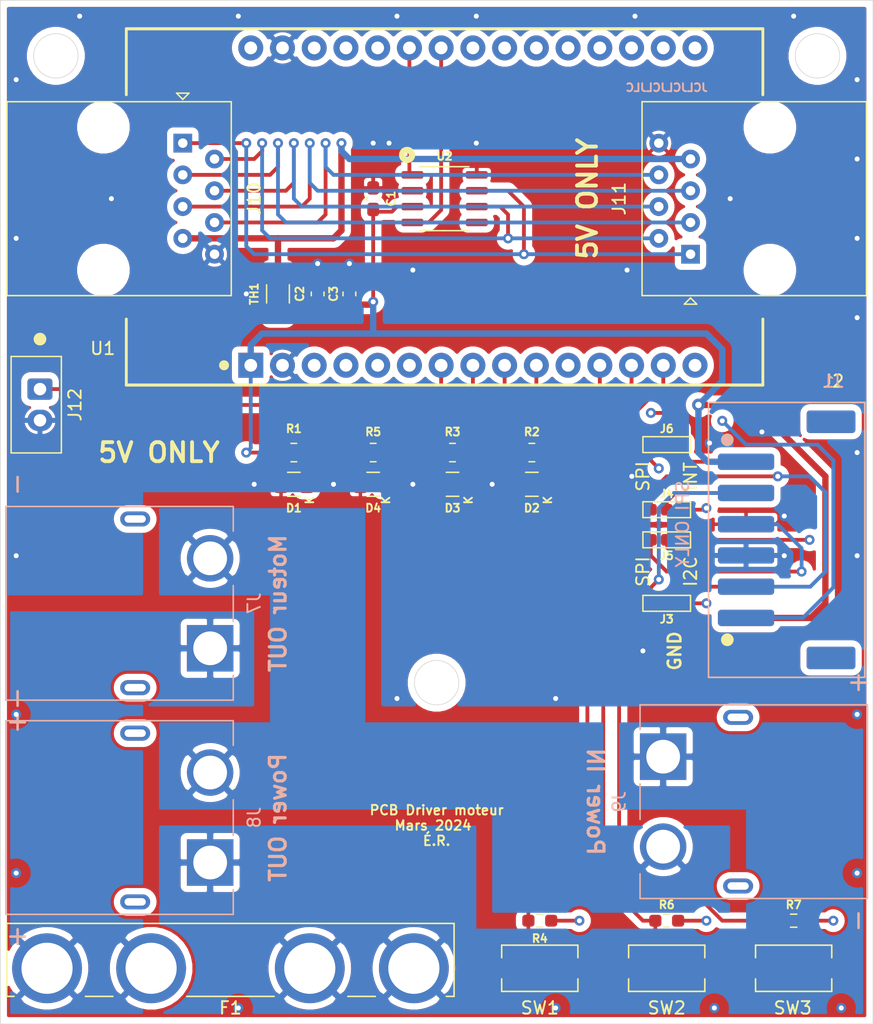
<source format=kicad_pcb>
(kicad_pcb (version 20171130) (host pcbnew "(5.1.9)-1")
  (layers (0 F.Cu signal) (1 In1.Cu signal) (2 In2.Cu power) (31 B.Cu signal) (34 B.Paste user) (35 F.Paste user) (36 B.SilkS user) (37 F.SilkS user) (38 B.Mask user) (39 F.Mask user) (44 Edge.Cuts user))
  (net 0 "")
  (net 1 +5V)
  (net 2 CAN_H)
  (net 3 CAN_L)
  (net 4 "Net-(D1-Pad1)")
  (net 5 "Net-(D2-Pad1)")
  (net 6 "Net-(D3-Pad1)")
  (net 7 "Net-(D4-Pad1)")
  (net 8 CS_1)
  (net 9 MISO)
  (net 10 MOSI)
  (net 11 SCLK)
  (net 12 "Net-(J2-Pad5)")
  (net 13 "Net-(J2-Pad2)")
  (net 14 SDA)
  (net 15 PWM_Moteur)
  (net 16 INTERRUPT_A)
  (net 17 /Power+)
  (net 18 /Power-)
  (net 19 SCL)
  (net 20 INTERRUPT_B)
  (net 21 CS_2)
  (net 22 "Net-(F1-Pad2)")
  (net 23 LED_1)
  (net 24 LED_2)
  (net 25 BTN_1)
  (net 26 LED_3)
  (net 27 BTN_2)
  (net 28 "Net-(U1-Pad11)")
  (net 29 "Net-(U1-Pad15)")
  (net 30 "Net-(U1-Pad28)")
  (net 31 "Net-(U1-Pad27)")
  (net 32 RXD2)
  (net 33 TXD2)
  (net 34 "Net-(U1-Pad19)")
  (net 35 "Net-(U1-Pad18)")
  (net 36 "Net-(U2-Pad5)")
  (net 37 GND)
  (net 38 +3V3)
  (net 39 "Net-(J2-Pad3)")
  (net 40 "Net-(J2-Pad6)")
  (net 41 "Net-(J10-Pad7)")
  (net 42 "Net-(J10-Pad6)")
  (net 43 "Net-(J10-Pad5)")
  (net 44 "Net-(J10-Pad4)")
  (net 45 "Net-(J10-Pad3)")
  (net 46 BTN_3)
  (net 47 "Net-(U1-Pad5)")
  (net 48 "Net-(U1-Pad6)")
  (module 1_My_Lib_FootPrint_ER:MODULE_DEVKIT_V1_ESP32-WROOM-32 (layer F.Cu) (at 187.96 72.39 90)
    (fp_text reference U1 (at -11.355 -27.36 180) (layer F.SilkS))
    (fp_text value ESP32_DEV_KIT_V1)
    (pad 1 thru_hole rect (at -12.7 -15.515 90) (size 2 2) (drill 1.02) (layers *.Cu *.Mask) (net 1 +5V))
    (pad 2 thru_hole circle (at -12.7 -12.975 90) (size 2 2) (drill 1.02) (layers *.Cu *.Mask) (net 37 GND))
    (pad 3 thru_hole circle (at -12.7 -10.435 90) (size 2 2) (drill 1.02) (layers *.Cu *.Mask) (net 20 INTERRUPT_B))
    (pad 4 thru_hole circle (at -12.7 -7.895 90) (size 2 2) (drill 1.02) (layers *.Cu *.Mask) (net 16 INTERRUPT_A))
    (pad 5 thru_hole circle (at -12.7 -5.355 90) (size 2 2) (drill 1.02) (layers *.Cu *.Mask) (net 47 "Net-(U1-Pad5)"))
    (pad 6 thru_hole circle (at -12.7 -2.815 90) (size 2 2) (drill 1.02) (layers *.Cu *.Mask) (net 48 "Net-(U1-Pad6)"))
    (pad 7 thru_hole circle (at -12.7 -0.275 90) (size 2 2) (drill 1.02) (layers *.Cu *.Mask) (net 15 PWM_Moteur))
    (pad 8 thru_hole circle (at -12.7 2.265 90) (size 2 2) (drill 1.02) (layers *.Cu *.Mask) (net 26 LED_3))
    (pad 9 thru_hole circle (at -12.7 4.805 90) (size 2 2) (drill 1.02) (layers *.Cu *.Mask) (net 24 LED_2))
    (pad 10 thru_hole circle (at -12.7 7.345 90) (size 2 2) (drill 1.02) (layers *.Cu *.Mask) (net 23 LED_1))
    (pad 11 thru_hole circle (at -12.7 9.885 90) (size 2 2) (drill 1.02) (layers *.Cu *.Mask) (net 28 "Net-(U1-Pad11)"))
    (pad 12 thru_hole circle (at -12.7 12.425 90) (size 2 2) (drill 1.02) (layers *.Cu *.Mask) (net 25 BTN_1))
    (pad 13 thru_hole circle (at -12.7 14.965 90) (size 2 2) (drill 1.02) (layers *.Cu *.Mask) (net 27 BTN_2))
    (pad 14 thru_hole circle (at -12.7 17.505 90) (size 2 2) (drill 1.02) (layers *.Cu *.Mask) (net 46 BTN_3))
    (pad 15 thru_hole circle (at -12.7 20.045 90) (size 2 2) (drill 1.02) (layers *.Cu *.Mask) (net 29 "Net-(U1-Pad15)"))
    (pad 30 thru_hole circle (at 12.7 -15.515 90) (size 2 2) (drill 1.02) (layers *.Cu *.Mask) (net 38 +3V3))
    (pad 29 thru_hole circle (at 12.7 -12.975 90) (size 2 2) (drill 1.02) (layers *.Cu *.Mask) (net 37 GND))
    (pad 28 thru_hole circle (at 12.7 -10.435 90) (size 2 2) (drill 1.02) (layers *.Cu *.Mask) (net 30 "Net-(U1-Pad28)"))
    (pad 27 thru_hole circle (at 12.7 -7.895 90) (size 2 2) (drill 1.02) (layers *.Cu *.Mask) (net 31 "Net-(U1-Pad27)"))
    (pad 26 thru_hole circle (at 12.7 -5.355 90) (size 2 2) (drill 1.02) (layers *.Cu *.Mask) (net 21 CS_2))
    (pad 25 thru_hole circle (at 12.7 -2.815 90) (size 2 2) (drill 1.02) (layers *.Cu *.Mask) (net 32 RXD2))
    (pad 24 thru_hole circle (at 12.7 -0.275 90) (size 2 2) (drill 1.02) (layers *.Cu *.Mask) (net 33 TXD2))
    (pad 23 thru_hole circle (at 12.7 2.265 90) (size 2 2) (drill 1.02) (layers *.Cu *.Mask) (net 8 CS_1))
    (pad 22 thru_hole circle (at 12.7 4.805 90) (size 2 2) (drill 1.02) (layers *.Cu *.Mask) (net 11 SCLK))
    (pad 21 thru_hole circle (at 12.7 7.345 90) (size 2 2) (drill 1.02) (layers *.Cu *.Mask) (net 9 MISO))
    (pad 20 thru_hole circle (at 12.7 9.885 90) (size 2 2) (drill 1.02) (layers *.Cu *.Mask) (net 14 SDA))
    (pad 19 thru_hole circle (at 12.7 12.425 90) (size 2 2) (drill 1.02) (layers *.Cu *.Mask) (net 34 "Net-(U1-Pad19)"))
    (pad 18 thru_hole circle (at 12.7 14.965 90) (size 2 2) (drill 1.02) (layers *.Cu *.Mask) (net 35 "Net-(U1-Pad18)"))
    (pad 17 thru_hole circle (at 12.7 17.505 90) (size 2 2) (drill 1.02) (layers *.Cu *.Mask) (net 19 SCL))
    (pad 16 thru_hole circle (at 12.7 20.045 90) (size 2 2) (drill 1.02) (layers *.Cu *.Mask) (net 10 MOSI))
  )
  (module 1_My_Lib_FootPrint_ER:SW_TS09-63-25-WT-160-SMT-TR (layer F.Cu) (at 215.9 133.35 180)
    (fp_text reference SW3 (at 0.075 -3.175) (layer F.SilkS))
    (fp_text value SW_Push)
    (pad 1 smd rect (at -3.75 0 180) (size 1.1 1) (layers F.Cu F.Paste F.Mask) (net 37 GND))
    (pad 2 smd rect (at 3.75 0 180) (size 1.1 1) (layers F.Cu F.Paste F.Mask) (net 46 BTN_3))
  )
  (module 1_My_Lib_FootPrint_ER:SW_TS09-63-25-WT-160-SMT-TR (layer F.Cu) (at 205.74 133.35 180)
    (fp_text reference SW2 (at 0 -3.175) (layer F.SilkS))
    (fp_text value SW_Push)
    (pad 1 smd rect (at -3.75 0 180) (size 1.1 1) (layers F.Cu F.Paste F.Mask) (net 37 GND))
    (pad 2 smd rect (at 3.75 0 180) (size 1.1 1) (layers F.Cu F.Paste F.Mask) (net 27 BTN_2))
  )
  (module 1_My_Lib_FootPrint_ER:SW_TS09-63-25-WT-160-SMT-TR (layer F.Cu) (at 195.58 133.35 180)
    (fp_text reference SW1 (at 0 -3.175) (layer F.SilkS))
    (fp_text value SW_Push)
    (pad 1 smd rect (at -3.75 0 180) (size 1.1 1) (layers F.Cu F.Paste F.Mask) (net 37 GND))
    (pad 2 smd rect (at 3.75 0 180) (size 1.1 1) (layers F.Cu F.Paste F.Mask) (net 25 BTN_1))
  )
  (module 1_My_Lib_FootPrint_ER:Select_3_pads (layer F.Cu) (at 205.74 91.44)
    (fp_text reference J6 (at 0 -1.27) (layer F.SilkS) (effects (font (size 0.635 0.635))))
    (fp_text value Select_3_pads)
    (pad 1 smd roundrect (at -1.27 0) (size 0.9398 0.9398) (layers F.Cu F.Paste F.Mask) (net 21 CS_2))
    (pad 3 smd roundrect (at 1.27 0) (size 0.9398 0.9398) (layers F.Cu F.Paste F.Mask) (net 20 INTERRUPT_B))
    (pad 2 smd roundrect (at 0 0) (size 0.9398 0.9398) (layers F.Cu F.Paste F.Mask) (net 40 "Net-(J2-Pad6)"))
  )
  (module 1_My_Lib_FootPrint_ER:Select_3_pads (layer F.Cu) (at 205.74 96.647)
    (fp_text reference J4 (at 0 -1.27) (layer F.SilkS) (effects (font (size 0.635 0.635))))
    (fp_text value Select_3_pads)
    (pad 1 smd roundrect (at -1.27 0) (size 0.9398 0.9398) (layers F.Cu F.Paste F.Mask) (net 9 MISO))
    (pad 3 smd roundrect (at 1.27 0) (size 0.9398 0.9398) (layers F.Cu F.Paste F.Mask) (net 16 INTERRUPT_A))
    (pad 2 smd roundrect (at 0 0) (size 0.9398 0.9398) (layers F.Cu F.Paste F.Mask) (net 12 "Net-(J2-Pad5)"))
  )
  (module 1_My_Lib_FootPrint_ER:Select_3_pads (layer F.Cu) (at 205.74 99.06)
    (fp_text reference J5 (at 0 1.27) (layer F.SilkS) (effects (font (size 0.635 0.635))))
    (fp_text value Select_3_pads)
    (pad 1 smd roundrect (at -1.27 0) (size 0.9398 0.9398) (layers F.Cu F.Paste F.Mask) (net 10 MOSI))
    (pad 3 smd roundrect (at 1.27 0) (size 0.9398 0.9398) (layers F.Cu F.Paste F.Mask) (net 19 SCL))
    (pad 2 smd roundrect (at 0 0) (size 0.9398 0.9398) (layers F.Cu F.Paste F.Mask) (net 39 "Net-(J2-Pad3)"))
  )
  (module 1_My_Lib_FootPrint_ER:Select_3_pads (layer F.Cu) (at 205.74 104.14)
    (fp_text reference J3 (at 0 1.27) (layer F.SilkS) (effects (font (size 0.635 0.635))))
    (fp_text value Select_3_pads)
    (pad 1 smd roundrect (at -1.27 0) (size 0.9398 0.9398) (layers F.Cu F.Paste F.Mask) (net 11 SCLK))
    (pad 3 smd roundrect (at 1.27 0) (size 0.9398 0.9398) (layers F.Cu F.Paste F.Mask) (net 14 SDA))
    (pad 2 smd roundrect (at 0 0) (size 0.9398 0.9398) (layers F.Cu F.Paste F.Mask) (net 13 "Net-(J2-Pad2)"))
  )
  (module 1_My_Lib_FootPrint_ER:AMASS_XT60PW-M (layer B.Cu) (at 211.455 120.015 90)
    (fp_text reference J9 (at 0 -9.525 -90) (layer B.SilkS) (effects (font (size 1.000441 1.000441)) (justify mirror)))
    (fp_text value Conn_01x02_Male)
    (fp_text user - (at -9.525 9.525 -90) (layer B.SilkS) (effects (font (size 1.524 1.524) (thickness 0.2032)) (justify mirror)))
    (fp_text user + (at 9.525 9.525 -90) (layer B.SilkS) (effects (font (size 1.524 1.524) (thickness 0.2032)) (justify mirror)))
    (pad 2 thru_hole circle (at -3.6 -6 90) (size 3.716 3.716) (drill 2.7) (layers *.Cu *.Mask) (net 18 /Power-))
    (pad 1 thru_hole rect (at 3.6 -6 90) (size 3.716 3.716) (drill 2.7) (layers *.Cu *.Mask) (net 17 /Power+))
    (pad S2 thru_hole oval (at -6.75 0 90) (size 1.2 2.4) (drill oval 0.6 1.7) (layers *.Cu *.Mask))
    (pad S1 thru_hole oval (at 6.75 0 90) (size 1.2 2.4) (drill oval 0.6 1.7) (layers *.Cu *.Mask))
  )
  (module 1_My_Lib_FootPrint_ER:AMASS_XT60PW-M (layer B.Cu) (at 163.195 121.285 270)
    (fp_text reference J8 (at 0 -9.525 90) (layer B.SilkS) (effects (font (size 1.000441 1.000441)) (justify mirror)))
    (fp_text value Conn_01x02_Male)
    (fp_text user - (at -9.525 9.525 270) (layer B.SilkS) (effects (font (size 1.524 1.524) (thickness 0.2032)) (justify mirror)))
    (fp_text user + (at 9.525 9.525 270) (layer B.SilkS) (effects (font (size 1.524 1.524) (thickness 0.2032)) (justify mirror)))
    (pad 2 thru_hole circle (at -3.6 -6 270) (size 3.716 3.716) (drill 2.7) (layers *.Cu *.Mask) (net 18 /Power-))
    (pad 1 thru_hole rect (at 3.6 -6 270) (size 3.716 3.716) (drill 2.7) (layers *.Cu *.Mask) (net 17 /Power+))
    (pad S2 thru_hole oval (at -6.75 0 270) (size 1.2 2.4) (drill oval 0.6 1.7) (layers *.Cu *.Mask))
    (pad S1 thru_hole oval (at 6.75 0 270) (size 1.2 2.4) (drill oval 0.6 1.7) (layers *.Cu *.Mask))
  )
  (module 1_My_Lib_FootPrint_ER:AMASS_XT60PW-M (layer B.Cu) (at 163.195 104.14 270)
    (fp_text reference J7 (at 0 -9.525 90) (layer B.SilkS) (effects (font (size 1.000441 1.000441)) (justify mirror)))
    (fp_text value Conn_01x02_Male)
    (fp_text user - (at -9.525 9.525 90) (layer B.SilkS) (effects (font (size 1.524 1.524) (thickness 0.2032)) (justify mirror)))
    (fp_text user + (at 9.525 9.525 90) (layer B.SilkS) (effects (font (size 1.524 1.524) (thickness 0.2032)) (justify mirror)))
    (pad 2 thru_hole circle (at -3.6 -6 270) (size 3.716 3.716) (drill 2.7) (layers *.Cu *.Mask) (net 18 /Power-))
    (pad 1 thru_hole rect (at 3.6 -6 270) (size 3.716 3.716) (drill 2.7) (layers *.Cu *.Mask) (net 22 "Net-(F1-Pad2)"))
    (pad S2 thru_hole oval (at -6.75 0 270) (size 1.2 2.4) (drill oval 0.6 1.7) (layers *.Cu *.Mask))
    (pad S1 thru_hole oval (at 6.75 0 270) (size 1.2 2.4) (drill oval 0.6 1.7) (layers *.Cu *.Mask))
  )
  (module Connector_JST:JST_EH_B2B-EH-A_1x02_P2.50mm_Vertical (layer F.Cu) (at 155.575 86.995 270)
    (fp_text reference J12 (at 1.25 -2.8 90) (layer F.SilkS))
    (fp_text value Conn_01x02_Male)
    (pad 2 thru_hole oval (at 2.5 0 270) (size 1.7 2) (drill 1) (layers *.Cu *.Mask) (net 37 GND))
    (pad 1 thru_hole roundrect (at 0 0 270) (size 1.7 2) (drill 1) (layers *.Cu *.Mask) (roundrect_rratio 0.1470588235294118) (net 15 PWM_Moteur))
  )
  (module 1_My_Lib_FootPrint_ER:JST-6-Pos-Horizontal (layer F.Cu) (at 212.09 99.06 270)
    (fp_text reference J2 (at -12.7 -6.985) (layer F.SilkS))
    (fp_text value Conn_01x06_Male)
    (pad 6 smd roundrect (at -6.25 0 90) (size 1.3 4.5) (layers F.Cu F.Paste F.Mask) (roundrect_rratio 0.192) (net 40 "Net-(J2-Pad6)"))
    (pad MP smd roundrect (at -9.45 -6.8 90) (size 1.8 3.9) (layers F.Cu F.Paste F.Mask) (roundrect_rratio 0.139))
    (pad MP smd roundrect (at 9.45 -6.8 90) (size 1.8 3.9) (layers F.Cu F.Paste F.Mask) (roundrect_rratio 0.139))
    (pad 5 smd roundrect (at -3.75 0 90) (size 1.3 4.5) (layers F.Cu F.Paste F.Mask) (roundrect_rratio 0.192) (net 12 "Net-(J2-Pad5)"))
    (pad 4 smd roundrect (at -1.25 0 90) (size 1.3 4.5) (layers F.Cu F.Paste F.Mask) (roundrect_rratio 0.192) (net 37 GND))
    (pad 3 smd roundrect (at 1.25 0 90) (size 1.3 4.5) (layers F.Cu F.Paste F.Mask) (roundrect_rratio 0.192) (net 39 "Net-(J2-Pad3)"))
    (pad 2 smd roundrect (at 3.75 0 90) (size 1.3 4.5) (layers F.Cu F.Paste F.Mask) (roundrect_rratio 0.192) (net 13 "Net-(J2-Pad2)"))
    (pad 1 smd roundrect (at 6.25 0 90) (size 1.3 4.5) (layers F.Cu F.Paste F.Mask) (roundrect_rratio 0.192) (net 1 +5V))
  )
  (module 1_My_Lib_FootPrint_ER:JST-6-Pos-Horizontal (layer B.Cu) (at 212.09 99.06 90)
    (fp_text reference J1 (at 12.7 6.985 180) (layer B.SilkS) (effects (justify mirror)))
    (fp_text value Conn_01x06_Male)
    (pad 6 smd roundrect (at -6.25 0 270) (size 1.3 4.5) (layers B.Cu B.Paste B.Mask) (roundrect_rratio 0.192) (net 8 CS_1))
    (pad MP smd roundrect (at -9.45 6.8 270) (size 1.8 3.9) (layers B.Cu B.Paste B.Mask) (roundrect_rratio 0.139))
    (pad MP smd roundrect (at 9.45 6.8 270) (size 1.8 3.9) (layers B.Cu B.Paste B.Mask) (roundrect_rratio 0.139))
    (pad 5 smd roundrect (at -3.75 0 270) (size 1.3 4.5) (layers B.Cu B.Paste B.Mask) (roundrect_rratio 0.192) (net 9 MISO))
    (pad 4 smd roundrect (at -1.25 0 270) (size 1.3 4.5) (layers B.Cu B.Paste B.Mask) (roundrect_rratio 0.192) (net 37 GND))
    (pad 3 smd roundrect (at 1.25 0 270) (size 1.3 4.5) (layers B.Cu B.Paste B.Mask) (roundrect_rratio 0.192) (net 10 MOSI))
    (pad 2 smd roundrect (at 3.75 0 270) (size 1.3 4.5) (layers B.Cu B.Paste B.Mask) (roundrect_rratio 0.192) (net 11 SCLK))
    (pad 1 smd roundrect (at 6.25 0 270) (size 1.3 4.5) (layers B.Cu B.Paste B.Mask) (roundrect_rratio 0.192) (net 1 +5V))
  )
  (module Resistor_SMD:R_0603_1608Metric_Pad0.98x0.95mm_HandSolder (layer F.Cu) (at 215.9 129.54 180)
    (fp_text reference R7 (at 0 1.27) (layer F.SilkS) (effects (font (size 0.635 0.635))))
    (fp_text value 10k)
    (pad 2 smd roundrect (at 0.9125 0 180) (size 0.975 0.95) (layers F.Cu F.Paste F.Mask) (net 46 BTN_3))
    (pad 1 smd roundrect (at -0.9125 0 180) (size 0.975 0.95) (layers F.Cu F.Paste F.Mask) (net 38 +3V3))
  )
  (module 1_My_Lib_FootPrint_ER:LED_0805_HandSolder (layer F.Cu) (at 182.245 94.615 180)
    (fp_text reference D4 (at 0 -1.905) (layer F.SilkS) (effects (font (size 0.635 0.635))))
    (fp_text value LED)
    (fp_text user K (at -1.016 -1.27 90) (layer F.SilkS) (effects (font (size 0.635 0.635))))
    (pad 1 smd roundrect (at -1.025 0 180) (size 1.15 1.4) (layers F.Cu F.Paste F.Mask) (roundrect_rratio 0.2173904347826087) (net 7 "Net-(D4-Pad1)"))
    (pad 2 smd roundrect (at 1.025 0 180) (size 1.15 1.4) (layers F.Cu F.Paste F.Mask) (roundrect_rratio 0.2173904347826087) (net 37 GND))
  )
  (module 1_My_Lib_FootPrint_ER:LED_0805_HandSolder (layer F.Cu) (at 188.595 94.615 180)
    (fp_text reference D3 (at 0 -1.905) (layer F.SilkS) (effects (font (size 0.635 0.635))))
    (fp_text value LED)
    (fp_text user K (at -1.27 -1.27 270) (layer F.SilkS) (effects (font (size 0.635 0.635))))
    (pad 1 smd roundrect (at -1.025 0 180) (size 1.15 1.4) (layers F.Cu F.Paste F.Mask) (roundrect_rratio 0.2173904347826087) (net 6 "Net-(D3-Pad1)"))
    (pad 2 smd roundrect (at 1.025 0 180) (size 1.15 1.4) (layers F.Cu F.Paste F.Mask) (roundrect_rratio 0.2173904347826087) (net 37 GND))
  )
  (module 1_My_Lib_FootPrint_ER:LED_0805_HandSolder (layer F.Cu) (at 194.945 94.615 180)
    (fp_text reference D2 (at 0 -1.905) (layer F.SilkS) (effects (font (size 0.635 0.635))))
    (fp_text value LED)
    (fp_text user K (at -1.27 -1.27 270) (layer F.SilkS) (effects (font (size 0.635 0.635))))
    (pad 1 smd roundrect (at -1.025 0 180) (size 1.15 1.4) (layers F.Cu F.Paste F.Mask) (roundrect_rratio 0.2173904347826087) (net 5 "Net-(D2-Pad1)"))
    (pad 2 smd roundrect (at 1.025 0 180) (size 1.15 1.4) (layers F.Cu F.Paste F.Mask) (roundrect_rratio 0.2173904347826087) (net 37 GND))
  )
  (module LED_SMD:LED_0805_2012Metric_Pad1.15x1.40mm_HandSolder (layer F.Cu) (at 175.895 94.615 180)
    (fp_text reference D1 (at 0 -1.905) (layer F.SilkS) (effects (font (size 0.635 0.635))))
    (fp_text value LED)
    (fp_text user K (at -1.27 -1.27 90) (layer F.SilkS) (effects (font (size 0.635 0.635))))
    (pad 2 smd roundrect (at 1.025 0 180) (size 1.15 1.4) (layers F.Cu F.Paste F.Mask) (roundrect_rratio 0.2173904347826087) (net 37 GND))
    (pad 1 smd roundrect (at -1.025 0 180) (size 1.15 1.4) (layers F.Cu F.Paste F.Mask) (roundrect_rratio 0.2173904347826087) (net 4 "Net-(D1-Pad1)"))
  )
  (module Package_SO:SO-8_3.9x4.9mm_P1.27mm (layer F.Cu) (at 187.96 71.755)
    (fp_text reference U2 (at 0 -3.4) (layer F.SilkS) (effects (font (size 0.635 0.635))))
    (fp_text value TJA1050)
    (pad 8 smd roundrect (at 2.575 -1.905) (size 1.75 0.6) (layers F.Cu F.Paste F.Mask) (net 37 GND))
    (pad 7 smd roundrect (at 2.575 -0.635) (size 1.75 0.6) (layers F.Cu F.Paste F.Mask) (net 2 CAN_H))
    (pad 6 smd roundrect (at 2.575 0.635) (size 1.75 0.6) (layers F.Cu F.Paste F.Mask) (net 3 CAN_L))
    (pad 5 smd roundrect (at 2.575 1.905) (size 1.75 0.6) (layers F.Cu F.Paste F.Mask) (net 36 "Net-(U2-Pad5)"))
    (pad 4 smd roundrect (at -2.575 1.905) (size 1.75 0.6) (layers F.Cu F.Paste F.Mask) (net 33 TXD2))
    (pad 3 smd roundrect (at -2.575 0.635) (size 1.75 0.6) (layers F.Cu F.Paste F.Mask) (net 1 +5V))
    (pad 2 smd roundrect (at -2.575 -0.635) (size 1.75 0.6) (layers F.Cu F.Paste F.Mask) (net 37 GND))
    (pad 1 smd roundrect (at -2.575 -1.905) (size 1.75 0.6) (layers F.Cu F.Paste F.Mask) (net 32 RXD2))
  )
  (module 1_My_Lib_FootPrint_ER:FUSE_3555-2 (layer F.Cu) (at 170.815 133.35 180)
    (fp_text reference F1 (at 0 -3.175) (layer F.SilkS))
    (fp_text value Fuse)
    (pad 1 thru_hole circle (at -14.685 0 180) (size 5.59 5.59) (drill 4.09) (layers *.Cu *.Mask) (net 17 /Power+))
    (pad 1 thru_hole circle (at -6.355 0 180) (size 5.59 5.59) (drill 4.09) (layers *.Cu *.Mask) (net 17 /Power+))
    (pad 2 thru_hole circle (at 6.345 0 180) (size 5.59 5.59) (drill 4.09) (layers *.Cu *.Mask) (net 22 "Net-(F1-Pad2)"))
    (pad 2 thru_hole circle (at 14.675 0 180) (size 5.59 5.59) (drill 4.09) (layers *.Cu *.Mask) (net 22 "Net-(F1-Pad2)"))
  )
  (module Connector_RJ:RJ45_Amphenol_54602-x08_Horizontal (layer F.Cu) (at 207.645 76.2 90)
    (fp_text reference J11 (at 4.445 -5.715 90) (layer F.SilkS))
    (fp_text value RJ45)
    (pad 8 thru_hole circle (at 8.89 -2.54 90) (size 1.5 1.5) (drill 0.76) (layers *.Cu *.Mask) (net 37 GND))
    (pad 7 thru_hole circle (at 7.62 0 90) (size 1.5 1.5) (drill 0.76) (layers *.Cu *.Mask) (net 41 "Net-(J10-Pad7)"))
    (pad 6 thru_hole circle (at 6.35 -2.54 90) (size 1.5 1.5) (drill 0.76) (layers *.Cu *.Mask) (net 42 "Net-(J10-Pad6)"))
    (pad 5 thru_hole circle (at 5.08 0 90) (size 1.5 1.5) (drill 0.76) (layers *.Cu *.Mask) (net 43 "Net-(J10-Pad5)"))
    (pad 4 thru_hole circle (at 3.81 -2.54 90) (size 1.5 1.5) (drill 0.76) (layers *.Cu *.Mask) (net 44 "Net-(J10-Pad4)"))
    (pad 3 thru_hole circle (at 2.54 0 90) (size 1.5 1.5) (drill 0.76) (layers *.Cu *.Mask) (net 45 "Net-(J10-Pad3)"))
    (pad 2 thru_hole circle (at 1.27 -2.54 90) (size 1.5 1.5) (drill 0.76) (layers *.Cu *.Mask) (net 3 CAN_L))
    (pad 1 thru_hole rect (at 0 0 90) (size 1.5 1.5) (drill 0.76) (layers *.Cu *.Mask) (net 2 CAN_H))
    (pad "" np_thru_hole circle (at -1.27 6.35 90) (size 3.2 3.2) (drill 3.2) (layers *.Cu *.Mask))
    (pad "" np_thru_hole circle (at 10.16 6.35 90) (size 3.2 3.2) (drill 3.2) (layers *.Cu *.Mask))
  )
  (module Resistor_SMD:R_1206_3216Metric_Pad1.30x1.75mm_HandSolder (layer F.Cu) (at 174.625 79.375 270)
    (fp_text reference TH1 (at 0 1.905 90) (layer F.SilkS) (effects (font (size 0.635 0.635))))
    (fp_text value Thermistor_PTC_US)
    (pad 2 smd roundrect (at 1.55 0 270) (size 1.3 1.75) (layers F.Cu F.Paste F.Mask) (roundrect_rratio 0.1923069230769231) (net 1 +5V))
    (pad 1 smd roundrect (at -1.55 0 270) (size 1.3 1.75) (layers F.Cu F.Paste F.Mask) (roundrect_rratio 0.1923069230769231) (net 41 "Net-(J10-Pad7)"))
  )
  (module Resistor_SMD:R_0603_1608Metric_Pad0.98x0.95mm_HandSolder (layer F.Cu) (at 205.74 129.54 180)
    (fp_text reference R6 (at 0 1.27) (layer F.SilkS) (effects (font (size 0.635 0.635))))
    (fp_text value 10k)
    (pad 2 smd roundrect (at 0.9125 0 180) (size 0.975 0.95) (layers F.Cu F.Paste F.Mask) (net 27 BTN_2))
    (pad 1 smd roundrect (at -0.9125 0 180) (size 0.975 0.95) (layers F.Cu F.Paste F.Mask) (net 38 +3V3))
  )
  (module Resistor_SMD:R_0805_2012Metric_Pad1.20x1.40mm_HandSolder (layer F.Cu) (at 182.245 92.075)
    (fp_text reference R5 (at 0 -1.65) (layer F.SilkS) (effects (font (size 0.635 0.635))))
    (fp_text value 100)
    (pad 2 smd roundrect (at 1 0) (size 1.2 1.4) (layers F.Cu F.Paste F.Mask) (roundrect_rratio 0.2083325) (net 7 "Net-(D4-Pad1)"))
    (pad 1 smd roundrect (at -1 0) (size 1.2 1.4) (layers F.Cu F.Paste F.Mask) (roundrect_rratio 0.2083325) (net 26 LED_3))
  )
  (module Resistor_SMD:R_0603_1608Metric_Pad0.98x0.95mm_HandSolder (layer F.Cu) (at 195.58 129.54 180)
    (fp_text reference R4 (at 0 -1.43) (layer F.SilkS) (effects (font (size 0.635 0.635))))
    (fp_text value 10k)
    (pad 2 smd roundrect (at 0.9125 0 180) (size 0.975 0.95) (layers F.Cu F.Paste F.Mask) (net 25 BTN_1))
    (pad 1 smd roundrect (at -0.9125 0 180) (size 0.975 0.95) (layers F.Cu F.Paste F.Mask) (net 38 +3V3))
  )
  (module Resistor_SMD:R_0805_2012Metric_Pad1.20x1.40mm_HandSolder (layer F.Cu) (at 188.595 92.075)
    (fp_text reference R3 (at 0 -1.65) (layer F.SilkS) (effects (font (size 0.635 0.635))))
    (fp_text value 100)
    (pad 2 smd roundrect (at 1 0) (size 1.2 1.4) (layers F.Cu F.Paste F.Mask) (roundrect_rratio 0.2083325) (net 6 "Net-(D3-Pad1)"))
    (pad 1 smd roundrect (at -1 0) (size 1.2 1.4) (layers F.Cu F.Paste F.Mask) (roundrect_rratio 0.2083325) (net 24 LED_2))
  )
  (module Resistor_SMD:R_0805_2012Metric_Pad1.20x1.40mm_HandSolder (layer F.Cu) (at 194.945 92.075)
    (fp_text reference R2 (at 0 -1.65) (layer F.SilkS) (effects (font (size 0.635 0.635))))
    (fp_text value 100)
    (pad 2 smd roundrect (at 1 0) (size 1.2 1.4) (layers F.Cu F.Paste F.Mask) (roundrect_rratio 0.2083325) (net 5 "Net-(D2-Pad1)"))
    (pad 1 smd roundrect (at -1 0) (size 1.2 1.4) (layers F.Cu F.Paste F.Mask) (roundrect_rratio 0.2083325) (net 23 LED_1))
  )
  (module Resistor_SMD:R_0805_2012Metric_Pad1.20x1.40mm_HandSolder (layer F.Cu) (at 175.895 92.075)
    (fp_text reference R1 (at 0 -1.905) (layer F.SilkS) (effects (font (size 0.635 0.635))))
    (fp_text value 200)
    (pad 2 smd roundrect (at 1 0) (size 1.2 1.4) (layers F.Cu F.Paste F.Mask) (roundrect_rratio 0.2083325) (net 4 "Net-(D1-Pad1)"))
    (pad 1 smd roundrect (at -1 0) (size 1.2 1.4) (layers F.Cu F.Paste F.Mask) (roundrect_rratio 0.2083325) (net 1 +5V))
  )
  (module Connector_RJ:RJ45_Amphenol_54602-x08_Horizontal (layer F.Cu) (at 167.005 67.31 270)
    (fp_text reference J10 (at 4.445 -5.715 90) (layer F.SilkS))
    (fp_text value RJ45)
    (pad 8 thru_hole circle (at 8.89 -2.54 270) (size 1.5 1.5) (drill 0.76) (layers *.Cu *.Mask) (net 37 GND))
    (pad 7 thru_hole circle (at 7.62 0 270) (size 1.5 1.5) (drill 0.76) (layers *.Cu *.Mask) (net 41 "Net-(J10-Pad7)"))
    (pad 6 thru_hole circle (at 6.35 -2.54 270) (size 1.5 1.5) (drill 0.76) (layers *.Cu *.Mask) (net 42 "Net-(J10-Pad6)"))
    (pad 5 thru_hole circle (at 5.08 0 270) (size 1.5 1.5) (drill 0.76) (layers *.Cu *.Mask) (net 43 "Net-(J10-Pad5)"))
    (pad 4 thru_hole circle (at 3.81 -2.54 270) (size 1.5 1.5) (drill 0.76) (layers *.Cu *.Mask) (net 44 "Net-(J10-Pad4)"))
    (pad 3 thru_hole circle (at 2.54 0 270) (size 1.5 1.5) (drill 0.76) (layers *.Cu *.Mask) (net 45 "Net-(J10-Pad3)"))
    (pad 2 thru_hole circle (at 1.27 -2.54 270) (size 1.5 1.5) (drill 0.76) (layers *.Cu *.Mask) (net 3 CAN_L))
    (pad 1 thru_hole rect (at 0 0 270) (size 1.5 1.5) (drill 0.76) (layers *.Cu *.Mask) (net 2 CAN_H))
    (pad "" np_thru_hole circle (at -1.27 6.35 270) (size 3.2 3.2) (drill 3.2) (layers *.Cu *.Mask))
    (pad "" np_thru_hole circle (at 10.16 6.35 270) (size 3.2 3.2) (drill 3.2) (layers *.Cu *.Mask))
  )
  (module Capacitor_SMD:C_0603_1608Metric_Pad1.08x0.95mm_HandSolder (layer F.Cu) (at 182.245 71.755 270)
    (fp_text reference C1 (at 0 -1.43 90) (layer F.SilkS) (effects (font (size 0.635 0.635))))
    (fp_text value 0.1uF)
    (pad 2 smd roundrect (at 0.8625 0 270) (size 1.075 0.95) (layers F.Cu F.Paste F.Mask) (net 1 +5V))
    (pad 1 smd roundrect (at -0.8625 0 270) (size 1.075 0.95) (layers F.Cu F.Paste F.Mask) (net 37 GND))
  )
  (module Capacitor_SMD:C_0603_1608Metric_Pad1.08x0.95mm_HandSolder (layer F.Cu) (at 180.34 79.375 90)
    (fp_text reference C3 (at 0 -1.27 90) (layer F.SilkS) (effects (font (size 0.635 0.635))))
    (fp_text value 0.1uF)
    (pad 2 smd roundrect (at 0.8625 0 90) (size 1.075 0.95) (layers F.Cu F.Paste F.Mask) (net 37 GND))
    (pad 1 smd roundrect (at -0.8625 0 90) (size 1.075 0.95) (layers F.Cu F.Paste F.Mask) (net 1 +5V))
  )
  (module Capacitor_SMD:C_0603_1608Metric_Pad1.08x0.95mm_HandSolder (layer F.Cu) (at 177.8 79.375 90)
    (fp_text reference C2 (at 0 -1.43 90) (layer F.SilkS) (effects (font (size 0.635 0.635))))
    (fp_text value 10nF)
    (pad 2 smd roundrect (at 0.8625 0 90) (size 1.075 0.95) (layers F.Cu F.Paste F.Mask) (net 37 GND))
    (pad 1 smd roundrect (at -0.8625 0 90) (size 1.075 0.95) (layers F.Cu F.Paste F.Mask) (net 1 +5V))
  )
  (gr_text JCLJCLJCLJLC (at 205.74 62.865) (layer B.SilkS) (effects (font (size 0.635 0.635)) (justify mirror)))
  (gr_text "5V ONLY" (at 165.1 92.075) (layer F.SilkS) (effects (font (size 1.524 1.524) (thickness 0.3048))))
  (gr_text "PCB Driver moteur\nMars 2024 \nÉ.R." (at 187.325 121.92) (layer F.SilkS) (effects (font (size 0.762 0.762) (thickness 0.1524))))
  (gr_text "5V ONLY" (at 199.39 71.755 90) (layer F.SilkS) (effects (font (size 1.524 1.524) (thickness 0.3048))))
  (gr_text "SPI ONLY" (at 207.01 97.79 90) (layer B.SilkS) (effects (font (size 1 1)) (justify mirror)))
  (gr_text I2C (at 207.645 101.6 90) (layer F.SilkS) (effects (font (size 1 1))))
  (gr_text INT (at 207.645 93.98 90) (layer F.SilkS) (effects (font (size 1 1))))
  (gr_text GND (at 206.375 107.95 90) (layer F.SilkS) (effects (font (size 1.016 1.016) (thickness 0.2032))))
  (gr_text "Moteur OUT" (at 174.625 104.14 90) (layer B.SilkS) (effects (font (size 1.27 1.27) (thickness 0.254)) (justify mirror)))
  (gr_text "Power OUT" (at 174.625 121.285 90) (layer B.SilkS) (effects (font (size 1.27 1.27) (thickness 0.254)) (justify mirror)))
  (gr_text "Power IN" (at 200.025 120.015 270) (layer B.SilkS) (effects (font (size 1.27 1.27) (thickness 0.254)) (justify mirror)))
  (gr_text SPI (at 203.835 93.98 90) (layer F.SilkS) (effects (font (size 1 1))))
  (gr_text SPI (at 203.835 101.6 90) (layer F.SilkS) (effects (font (size 1 1))))
  (gr_circle (center 187.325 110.49) (end 189.103 110.49) (layer Edge.Cuts) (width 0.05))
  (gr_circle (center 156.845 60.325) (end 158.623 60.325) (layer Edge.Cuts) (width 0.05))
  (gr_circle (center 217.805 60.325) (end 219.583 60.325) (layer Edge.Cuts) (width 0.05))
  (gr_line (start 152.4 55.88) (end 152.4 137.795) (layer Edge.Cuts) (width 0.05))
  (gr_line (start 222.25 55.88) (end 152.4 55.88) (layer Edge.Cuts) (width 0.05))
  (gr_line (start 222.25 137.795) (end 222.25 55.88) (layer Edge.Cuts) (width 0.05))
  (gr_line (start 222.25 137.795) (end 152.4 137.795) (layer Edge.Cuts) (width 0.05))
  (segment (start 172.445 85.09) (end 172.445 83.46) (width 0.508) (layer B.Cu) (net 1))
  (segment (start 177.8 80.2375) (end 180.1125 80.2375) (width 0.508) (layer F.Cu) (net 1))
  (segment (start 174.625 80.925) (end 176.25 80.925) (width 0.508) (layer F.Cu) (net 1))
  (segment (start 176.9375 80.2375) (end 176.25 80.925) (width 0.508) (layer F.Cu) (net 1))
  (segment (start 177.8 80.2375) (end 176.9375 80.2375) (width 0.508) (layer F.Cu) (net 1))
  (segment (start 185.385 72.39) (end 184.15 72.39) (width 0.3048) (layer F.Cu) (net 1))
  (segment (start 183.7425 72.7975) (end 184.15 72.39) (width 0.3048) (layer F.Cu) (net 1))
  (segment (start 182.245 72.7975) (end 183.7425 72.7975) (width 0.3048) (layer F.Cu) (net 1))
  (via (at 182.245 80.01) (size 0.8) (drill 0.4) (layers F.Cu B.Cu) (net 1))
  (segment (start 182.245 72.6175) (end 182.245 76.9524) (width 0.3048) (layer F.Cu) (net 1))
  (segment (start 172.445 83.46) (end 173.355 82.55) (width 0.508) (layer B.Cu) (net 1))
  (segment (start 182.245 82.55) (end 173.355 82.55) (width 0.508) (layer B.Cu) (net 1))
  (segment (start 208.28 82.55) (end 182.245 82.55) (width 0.508) (layer B.Cu) (net 1))
  (segment (start 182.0175 80.2375) (end 182.245 80.01) (width 0.508) (layer F.Cu) (net 1))
  (segment (start 180.34 80.2375) (end 182.0175 80.2375) (width 0.508) (layer F.Cu) (net 1))
  (segment (start 182.245 82.55) (end 182.245 80.01) (width 0.508) (layer B.Cu) (net 1))
  (segment (start 182.245 76.9524) (end 182.245 80.01) (width 0.3048) (layer F.Cu) (net 1))
  (segment (start 208.28 82.55) (end 208.915 82.55) (width 0.508) (layer B.Cu) (net 1))
  (segment (start 212.09 92.81) (end 209.015 92.81) (width 0.508) (layer B.Cu) (net 1))
  (segment (start 209.015 92.81) (end 208.28 92.075) (width 0.508) (layer B.Cu) (net 1))
  (segment (start 208.28 92.075) (end 208.28 88.265) (width 0.508) (layer B.Cu) (net 1))
  (segment (start 208.28 88.265) (end 210.185 86.36) (width 0.508) (layer B.Cu) (net 1))
  (segment (start 210.185 83.82) (end 208.915 82.55) (width 0.508) (layer B.Cu) (net 1))
  (segment (start 210.185 86.36) (end 210.185 83.82) (width 0.508) (layer B.Cu) (net 1))
  (via (at 208.28 88.265) (size 1.016) (drill 0.508) (layers F.Cu B.Cu) (net 1))
  (segment (start 212.725 88.265) (end 208.28 88.265) (width 0.508) (layer F.Cu) (net 1))
  (segment (start 218.44 93.98) (end 212.725 88.265) (width 0.508) (layer F.Cu) (net 1))
  (segment (start 218.44 104.14) (end 218.44 93.98) (width 0.508) (layer F.Cu) (net 1))
  (segment (start 217.27 105.31) (end 218.44 104.14) (width 0.508) (layer F.Cu) (net 1))
  (segment (start 212.09 105.31) (end 217.27 105.31) (width 0.508) (layer F.Cu) (net 1))
  (segment (start 174.895 92.075) (end 173.99 92.075) (width 0.3048) (layer F.Cu) (net 1))
  (via (at 172.085 92.075) (size 0.8) (drill 0.4) (layers F.Cu B.Cu) (net 1))
  (segment (start 172.445 91.715) (end 172.085 92.075) (width 0.3048) (layer B.Cu) (net 1))
  (segment (start 172.445 85.09) (end 172.445 91.715) (width 0.3048) (layer B.Cu) (net 1))
  (segment (start 172.085 92.075) (end 173.99 92.075) (width 0.3048) (layer F.Cu) (net 1))
  (segment (start 167.005 67.31) (end 172.085 67.31) (width 0.3048) (layer F.Cu) (net 2))
  (segment (start 172.085 67.31) (end 172.085 67.31) (width 0.3048) (layer F.Cu) (net 2))
  (via (at 172.085 67.31) (size 0.8) (drill 0.4) (layers F.Cu B.Cu) (net 2))
  (segment (start 207.645 76.2) (end 172.72 76.2) (width 0.3048) (layer B.Cu) (net 2))
  (segment (start 172.085 75.565) (end 172.085 67.31) (width 0.3048) (layer B.Cu) (net 2))
  (segment (start 172.72 76.2) (end 172.085 75.565) (width 0.3048) (layer B.Cu) (net 2))
  (segment (start 190.535 71.12) (end 193.04 71.12) (width 0.3048) (layer F.Cu) (net 2))
  (segment (start 194.31 72.39) (end 194.31 76.2) (width 0.3048) (layer F.Cu) (net 2))
  (segment (start 193.04 71.12) (end 194.31 72.39) (width 0.3048) (layer F.Cu) (net 2))
  (via (at 194.31 76.2) (size 0.8) (drill 0.4) (layers F.Cu B.Cu) (net 2))
  (segment (start 169.545 68.58) (end 172.72 68.58) (width 0.3048) (layer F.Cu) (net 3))
  (segment (start 172.72 68.58) (end 173.355 67.945) (width 0.3048) (layer F.Cu) (net 3))
  (segment (start 173.355 67.945) (end 173.355 67.31) (width 0.3048) (layer F.Cu) (net 3))
  (via (at 173.355 67.31) (size 0.8) (drill 0.4) (layers F.Cu B.Cu) (net 3))
  (segment (start 173.355 74.295) (end 173.355 67.31) (width 0.3048) (layer B.Cu) (net 3))
  (segment (start 173.99 74.93) (end 173.355 74.295) (width 0.3048) (layer B.Cu) (net 3))
  (segment (start 198.755 74.93) (end 173.99 74.93) (width 0.3048) (layer B.Cu) (net 3))
  (segment (start 205.105 74.93) (end 198.755 74.93) (width 0.3048) (layer B.Cu) (net 3))
  (segment (start 190.535 72.39) (end 192.405 72.39) (width 0.3048) (layer F.Cu) (net 3))
  (segment (start 192.405 72.39) (end 193.04 73.025) (width 0.3048) (layer F.Cu) (net 3))
  (segment (start 193.04 73.025) (end 193.04 74.93) (width 0.3048) (layer F.Cu) (net 3))
  (via (at 193.04 74.93) (size 0.8) (drill 0.4) (layers F.Cu B.Cu) (net 3))
  (segment (start 176.895 92.075) (end 176.895 94.25) (width 0.3048) (layer F.Cu) (net 4))
  (segment (start 195.945 92.075) (end 195.945 94.25) (width 0.3048) (layer F.Cu) (net 5))
  (segment (start 189.595 92.075) (end 189.595 94.25) (width 0.3048) (layer F.Cu) (net 6))
  (segment (start 183.245 92.075) (end 183.245 94.345) (width 0.3048) (layer F.Cu) (net 7))
  (via (at 210.185 89.535) (size 0.8) (drill 0.4) (layers F.Cu B.Cu) (net 8))
  (segment (start 212.09 91.44) (end 210.82 90.17) (width 0.3048) (layer B.Cu) (net 8))
  (segment (start 219.075 92.71) (end 217.805 91.44) (width 0.3048) (layer B.Cu) (net 8))
  (segment (start 219.075 102.87) (end 219.075 92.71) (width 0.3048) (layer B.Cu) (net 8))
  (segment (start 217.805 91.44) (end 212.09 91.44) (width 0.3048) (layer B.Cu) (net 8))
  (segment (start 216.635 105.31) (end 219.075 102.87) (width 0.3048) (layer B.Cu) (net 8))
  (segment (start 210.82 90.17) (end 210.185 89.535) (width 0.3048) (layer B.Cu) (net 8))
  (segment (start 212.09 105.31) (end 216.635 105.31) (width 0.3048) (layer B.Cu) (net 8))
  (via (at 214.63 93.98) (size 0.8) (drill 0.4) (layers F.Cu B.Cu) (net 9))
  (segment (start 204.47 96.647) (end 204.47 95.25) (width 0.3048) (layer F.Cu) (net 9))
  (segment (start 204.47 95.25) (end 205.74 93.98) (width 0.3048) (layer F.Cu) (net 9))
  (segment (start 205.74 93.98) (end 214.63 93.98) (width 0.3048) (layer F.Cu) (net 9))
  (segment (start 212.09 102.81) (end 217.23 102.81) (width 0.3048) (layer B.Cu) (net 9))
  (segment (start 217.23 102.81) (end 218.44 101.6) (width 0.3048) (layer B.Cu) (net 9))
  (segment (start 218.44 101.6) (end 218.44 95.25) (width 0.3048) (layer B.Cu) (net 9))
  (segment (start 217.17 93.98) (end 214.63 93.98) (width 0.3048) (layer B.Cu) (net 9))
  (segment (start 218.44 95.25) (end 217.17 93.98) (width 0.3048) (layer B.Cu) (net 9))
  (via (at 216.535 101.6) (size 0.8) (drill 0.4) (layers F.Cu B.Cu) (net 10))
  (segment (start 204.47 99.06) (end 204.47 100.33) (width 0.3048) (layer F.Cu) (net 10))
  (segment (start 204.47 100.33) (end 205.74 101.6) (width 0.3048) (layer F.Cu) (net 10))
  (segment (start 205.74 101.6) (end 216.535 101.6) (width 0.3048) (layer F.Cu) (net 10))
  (segment (start 212.09 97.81) (end 214.61 97.81) (width 0.3048) (layer B.Cu) (net 10))
  (segment (start 216.535 99.735) (end 216.535 101.6) (width 0.3048) (layer B.Cu) (net 10))
  (segment (start 214.61 97.81) (end 216.535 99.735) (width 0.3048) (layer B.Cu) (net 10))
  (via (at 205.105 102.235) (size 0.8) (drill 0.4) (layers F.Cu B.Cu) (net 11))
  (segment (start 204.47 102.87) (end 205.105 102.235) (width 0.3048) (layer F.Cu) (net 11))
  (segment (start 204.47 104.14) (end 204.47 102.87) (width 0.3048) (layer F.Cu) (net 11))
  (segment (start 212.09 95.31) (end 206.315 95.31) (width 0.3048) (layer B.Cu) (net 11))
  (segment (start 205.105 96.52) (end 205.105 102.235) (width 0.3048) (layer B.Cu) (net 11))
  (segment (start 206.315 95.31) (end 205.105 96.52) (width 0.3048) (layer B.Cu) (net 11))
  (segment (start 212.09 95.31) (end 206.435 95.31) (width 0.3048) (layer F.Cu) (net 12))
  (segment (start 206.435 95.31) (end 205.74 96.005) (width 0.3048) (layer F.Cu) (net 12))
  (segment (start 205.74 96.005) (end 205.74 96.52) (width 0.3048) (layer F.Cu) (net 12))
  (segment (start 212.09 102.81) (end 206.435 102.81) (width 0.3048) (layer F.Cu) (net 13))
  (segment (start 206.435 102.81) (end 205.74 103.505) (width 0.3048) (layer F.Cu) (net 13))
  (segment (start 205.74 103.505) (end 205.74 104.14) (width 0.3048) (layer F.Cu) (net 13))
  (via (at 208.915 104.14) (size 0.8) (drill 0.4) (layers F.Cu B.Cu) (net 14))
  (segment (start 207.01 104.14) (end 208.915 104.14) (width 0.3048) (layer F.Cu) (net 14))
  (segment (start 187.685 85.09) (end 187.685 86.72) (width 0.3048) (layer F.Cu) (net 15))
  (segment (start 187.685 86.72) (end 186.14 88.265) (width 0.3048) (layer F.Cu) (net 15))
  (segment (start 186.14 88.265) (end 160.02 88.265) (width 0.3048) (layer F.Cu) (net 15))
  (segment (start 155.575 86.995) (end 158.75 86.995) (width 0.3048) (layer F.Cu) (net 15))
  (segment (start 160.02 88.265) (end 158.75 86.995) (width 0.3048) (layer F.Cu) (net 15))
  (via (at 208.915 96.52) (size 0.8) (drill 0.4) (layers F.Cu B.Cu) (net 16))
  (segment (start 208.788 96.647) (end 208.915 96.52) (width 0.3048) (layer F.Cu) (net 16))
  (segment (start 207.01 96.647) (end 208.788 96.647) (width 0.3048) (layer F.Cu) (net 16))
  (via (at 217.17 99.06) (size 0.8) (drill 0.4) (layers F.Cu B.Cu) (net 19))
  (segment (start 207.01 99.06) (end 208.915 99.06) (width 0.3048) (layer F.Cu) (net 19))
  (segment (start 208.915 99.06) (end 217.17 99.06) (width 0.3048) (layer F.Cu) (net 19))
  (segment (start 207.01 91.44) (end 207.01 90.17) (width 0.3048) (layer F.Cu) (net 20))
  (segment (start 207.01 90.17) (end 205.74 88.9) (width 0.3048) (layer F.Cu) (net 20))
  (via (at 204.47 88.9) (size 0.8) (drill 0.4) (layers F.Cu B.Cu) (net 20))
  (segment (start 205.74 88.9) (end 204.47 88.9) (width 0.3048) (layer F.Cu) (net 20))
  (via (at 205.105 93.345) (size 0.8) (drill 0.4) (layers F.Cu B.Cu) (net 21))
  (segment (start 204.47 92.71) (end 205.105 93.345) (width 0.3048) (layer F.Cu) (net 21))
  (segment (start 204.47 91.44) (end 204.47 92.71) (width 0.3048) (layer F.Cu) (net 21))
  (segment (start 195.305 85.09) (end 195.305 86.72) (width 0.3048) (layer F.Cu) (net 23))
  (segment (start 193.945 92.075) (end 193.945 90.535) (width 0.3048) (layer F.Cu) (net 23))
  (segment (start 195.305 89.175) (end 195.305 86.72) (width 0.3048) (layer F.Cu) (net 23))
  (segment (start 193.945 90.535) (end 195.305 89.175) (width 0.3048) (layer F.Cu) (net 23))
  (segment (start 187.595 91.17) (end 187.595 92.075) (width 0.3048) (layer F.Cu) (net 24))
  (segment (start 188.595 90.17) (end 187.595 91.17) (width 0.3048) (layer F.Cu) (net 24))
  (segment (start 189.23 90.17) (end 188.595 90.17) (width 0.3048) (layer F.Cu) (net 24))
  (segment (start 192.765 85.09) (end 192.765 86.635) (width 0.3048) (layer F.Cu) (net 24))
  (segment (start 192.765 86.635) (end 192.765 89.175) (width 0.3048) (layer F.Cu) (net 24))
  (segment (start 192.765 89.175) (end 191.77 90.17) (width 0.3048) (layer F.Cu) (net 24))
  (segment (start 191.77 90.17) (end 189.23 90.17) (width 0.3048) (layer F.Cu) (net 24))
  (segment (start 194.6675 128.5475) (end 194.6675 129.54) (width 0.3048) (layer F.Cu) (net 25))
  (segment (start 199.39 123.825) (end 194.6675 128.5475) (width 0.3048) (layer F.Cu) (net 25))
  (segment (start 199.39 88.9) (end 199.39 123.825) (width 0.3048) (layer F.Cu) (net 25))
  (segment (start 200.385 87.905) (end 199.39 88.9) (width 0.3048) (layer F.Cu) (net 25))
  (segment (start 200.385 85.09) (end 200.385 87.905) (width 0.3048) (layer F.Cu) (net 25))
  (segment (start 194.6675 129.54) (end 194.6675 132.3575) (width 0.3048) (layer F.Cu) (net 25))
  (segment (start 194.6675 132.3575) (end 193.675 133.35) (width 0.3048) (layer F.Cu) (net 25))
  (segment (start 193.675 133.35) (end 191.77 133.35) (width 0.3048) (layer F.Cu) (net 25))
  (segment (start 190.225 86.635) (end 190.225 85.09) (width 0.3048) (layer F.Cu) (net 26))
  (segment (start 187.325 89.535) (end 190.225 86.635) (width 0.3048) (layer F.Cu) (net 26))
  (segment (start 182.785 89.535) (end 187.325 89.535) (width 0.3048) (layer F.Cu) (net 26))
  (segment (start 181.245 91.075) (end 182.785 89.535) (width 0.3048) (layer F.Cu) (net 26))
  (segment (start 181.245 92.075) (end 181.245 91.075) (width 0.3048) (layer F.Cu) (net 26))
  (segment (start 200.66 126.365) (end 203.835 129.54) (width 0.3048) (layer F.Cu) (net 27))
  (segment (start 203.835 129.54) (end 204.8275 129.54) (width 0.3048) (layer F.Cu) (net 27))
  (segment (start 200.66 88.821092) (end 200.66 126.365) (width 0.3048) (layer F.Cu) (net 27))
  (segment (start 202.925 86.556092) (end 200.66 88.821092) (width 0.3048) (layer F.Cu) (net 27))
  (segment (start 202.925 85.09) (end 202.925 86.556092) (width 0.3048) (layer F.Cu) (net 27))
  (segment (start 204.8275 129.54) (end 204.8275 132.3575) (width 0.3048) (layer F.Cu) (net 27))
  (segment (start 204.8275 132.3575) (end 203.835 133.35) (width 0.3048) (layer F.Cu) (net 27))
  (segment (start 203.835 133.35) (end 201.93 133.35) (width 0.3048) (layer F.Cu) (net 27))
  (segment (start 185.145 59.69) (end 185.145 69.575) (width 0.3048) (layer F.Cu) (net 32))
  (segment (start 186.69 73.66) (end 185.42 73.66) (width 0.3048) (layer F.Cu) (net 33))
  (segment (start 187.685 72.665) (end 186.69 73.66) (width 0.3048) (layer F.Cu) (net 33))
  (segment (start 187.685 59.69) (end 187.685 72.665) (width 0.3048) (layer F.Cu) (net 33))
  (segment (start 190.535 69.85) (end 190.535 68.4276) (width 0.3048) (layer F.Cu) (net 37))
  (via (at 215.9 57.15) (size 0.8) (drill 0.4) (layers F.Cu B.Cu) (net 37))
  (via (at 203.2 57.15) (size 0.8) (drill 0.4) (layers F.Cu B.Cu) (net 37))
  (via (at 190.5 57.15) (size 0.8) (drill 0.4) (layers F.Cu B.Cu) (net 37))
  (via (at 158.75 57.15) (size 0.8) (drill 0.4) (layers F.Cu B.Cu) (net 37))
  (via (at 171.45 57.15) (size 0.8) (drill 0.4) (layers F.Cu B.Cu) (net 37))
  (via (at 184.15 57.15) (size 0.8) (drill 0.4) (layers F.Cu B.Cu) (net 37))
  (via (at 153.67 62.23) (size 0.8) (drill 0.4) (layers F.Cu B.Cu) (net 37))
  (via (at 153.67 74.93) (size 0.8) (drill 0.4) (layers F.Cu B.Cu) (net 37))
  (via (at 161.29 71.755) (size 0.8) (drill 0.4) (layers F.Cu B.Cu) (net 37))
  (via (at 220.98 62.23) (size 0.8) (drill 0.4) (layers F.Cu B.Cu) (net 37))
  (via (at 220.98 74.93) (size 0.8) (drill 0.4) (layers F.Cu B.Cu) (net 37))
  (via (at 220.98 81.28) (size 0.8) (drill 0.4) (layers F.Cu B.Cu) (net 37))
  (via (at 210.82 71.755) (size 0.8) (drill 0.4) (layers F.Cu B.Cu) (net 37))
  (segment (start 185.385 71.12) (end 184.15 71.12) (width 0.3048) (layer F.Cu) (net 37))
  (segment (start 184.15 71.12) (end 183.515 70.485) (width 0.3048) (layer F.Cu) (net 37))
  (via (at 183.515 67.31) (size 0.8) (drill 0.4) (layers F.Cu B.Cu) (net 37))
  (segment (start 183.515 70.485) (end 183.515 67.31) (width 0.3048) (layer F.Cu) (net 37))
  (via (at 190.5 67.31) (size 0.8) (drill 0.4) (layers F.Cu B.Cu) (net 37))
  (segment (start 190.535 67.345) (end 190.5 67.31) (width 0.3048) (layer F.Cu) (net 37))
  (segment (start 190.535 68.4276) (end 190.535 67.345) (width 0.3048) (layer F.Cu) (net 37))
  (via (at 182.245 67.31) (size 0.8) (drill 0.4) (layers F.Cu B.Cu) (net 37))
  (segment (start 182.245 70.8925) (end 182.245 67.31) (width 0.3048) (layer F.Cu) (net 37))
  (via (at 180.34 76.9524) (size 0.8) (drill 0.4) (layers F.Cu B.Cu) (net 37))
  (segment (start 180.34 78.5125) (end 180.34 76.9524) (width 0.3048) (layer F.Cu) (net 37))
  (via (at 177.8 76.9524) (size 0.8) (drill 0.4) (layers F.Cu B.Cu) (net 37))
  (segment (start 177.8 78.5125) (end 177.8 76.9524) (width 0.3048) (layer F.Cu) (net 37))
  (via (at 179.07 94.615) (size 0.8) (drill 0.4) (layers F.Cu B.Cu) (net 37))
  (segment (start 181.22 94.615) (end 179.07 94.615) (width 0.3048) (layer F.Cu) (net 37))
  (via (at 185.42 94.615) (size 0.8) (drill 0.4) (layers F.Cu B.Cu) (net 37))
  (segment (start 187.57 94.615) (end 185.42 94.615) (width 0.3048) (layer F.Cu) (net 37))
  (via (at 191.77 94.615) (size 0.8) (drill 0.4) (layers F.Cu B.Cu) (net 37))
  (segment (start 193.92 94.615) (end 191.77 94.615) (width 0.3048) (layer F.Cu) (net 37))
  (via (at 172.72 94.615) (size 0.8) (drill 0.4) (layers F.Cu B.Cu) (net 37))
  (segment (start 174.87 94.615) (end 172.72 94.615) (width 0.3048) (layer F.Cu) (net 37))
  (segment (start 199.33 135.83) (end 199.39 135.89) (width 0.3048) (layer F.Cu) (net 37))
  (segment (start 199.33 133.35) (end 199.33 135.83) (width 0.3048) (layer F.Cu) (net 37))
  (via (at 209.55 136.525) (size 0.8) (drill 0.4) (layers F.Cu B.Cu) (net 37))
  (segment (start 209.49 135.83) (end 209.55 135.89) (width 0.3048) (layer F.Cu) (net 37))
  (segment (start 209.49 133.35) (end 209.49 135.83) (width 0.3048) (layer F.Cu) (net 37))
  (via (at 219.71 136.525) (size 0.8) (drill 0.4) (layers F.Cu B.Cu) (net 37))
  (segment (start 219.65 135.83) (end 219.71 135.89) (width 0.3048) (layer F.Cu) (net 37))
  (segment (start 219.65 133.35) (end 219.65 135.83) (width 0.3048) (layer F.Cu) (net 37))
  (via (at 215.1476 97.155) (size 0.8) (drill 0.4) (layers F.Cu B.Cu) (net 37))
  (segment (start 214.4926 97.81) (end 215.1476 97.155) (width 0.3048) (layer F.Cu) (net 37))
  (segment (start 212.09 97.81) (end 214.4926 97.81) (width 0.3048) (layer F.Cu) (net 37))
  (via (at 215.1476 100.33) (size 0.8) (drill 0.4) (layers F.Cu B.Cu) (net 37))
  (segment (start 215.1276 100.31) (end 215.1476 100.33) (width 0.3048) (layer B.Cu) (net 37))
  (segment (start 212.09 100.31) (end 215.1276 100.31) (width 0.3048) (layer B.Cu) (net 37))
  (via (at 153.67 100.33) (size 0.8) (drill 0.4) (layers F.Cu B.Cu) (net 37))
  (via (at 153.67 113.03) (size 0.8) (drill 0.4) (layers F.Cu B.Cu) (net 37))
  (via (at 153.67 125.73) (size 0.8) (drill 0.4) (layers F.Cu B.Cu) (net 37))
  (via (at 171.45 136.525) (size 0.8) (drill 0.4) (layers F.Cu B.Cu) (net 37))
  (via (at 196.85 136.525) (size 0.8) (drill 0.4) (layers F.Cu B.Cu) (net 37))
  (via (at 220.98 125.73) (size 0.8) (drill 0.4) (layers F.Cu B.Cu) (net 37))
  (via (at 220.98 113.03) (size 0.8) (drill 0.4) (layers F.Cu B.Cu) (net 37))
  (via (at 220.98 100.33) (size 0.8) (drill 0.4) (layers F.Cu B.Cu) (net 37))
  (via (at 220.98 92.075) (size 0.8) (drill 0.4) (layers F.Cu B.Cu) (net 37))
  (via (at 213.36 90.424) (size 0.8) (drill 0.4) (layers F.Cu B.Cu) (net 37))
  (via (at 220.98 68.58) (size 0.8) (drill 0.4) (layers F.Cu B.Cu) (net 37))
  (via (at 196.85 111.76) (size 0.8) (drill 0.4) (layers F.Cu B.Cu) (net 37))
  (via (at 184.15 111.76) (size 0.8) (drill 0.4) (layers F.Cu B.Cu) (net 37))
  (via (at 202.946 93.98) (size 0.8) (drill 0.4) (layers F.Cu B.Cu) (net 37))
  (via (at 172.085 79.375) (size 0.8) (drill 0.4) (layers F.Cu B.Cu) (net 37))
  (via (at 185.42 77.47) (size 0.8) (drill 0.4) (layers F.Cu B.Cu) (net 37))
  (via (at 203.835 107.95) (size 0.8) (drill 0.4) (layers F.Cu B.Cu) (net 37))
  (via (at 209.169 91.313) (size 0.8) (drill 0.4) (layers F.Cu B.Cu) (net 37))
  (via (at 202.565 77.47) (size 0.8) (drill 0.4) (layers F.Cu B.Cu) (net 37))
  (via (at 208.915 129.54) (size 0.8) (drill 0.4) (layers F.Cu B.Cu) (net 38))
  (segment (start 206.6525 129.54) (end 208.915 129.54) (width 0.3048) (layer F.Cu) (net 38))
  (via (at 198.755 129.54) (size 0.8) (drill 0.4) (layers F.Cu B.Cu) (net 38))
  (segment (start 196.4925 129.54) (end 198.755 129.54) (width 0.3048) (layer F.Cu) (net 38))
  (via (at 219.075 129.54) (size 0.8) (drill 0.4) (layers F.Cu B.Cu) (net 38))
  (segment (start 216.8125 129.54) (end 219.075 129.54) (width 0.3048) (layer F.Cu) (net 38))
  (segment (start 212.09 100.31) (end 206.395 100.31) (width 0.3048) (layer F.Cu) (net 39))
  (segment (start 206.395 100.31) (end 205.78 99.695) (width 0.3048) (layer F.Cu) (net 39))
  (segment (start 205.78 99.695) (end 205.78 99.1) (width 0.3048) (layer F.Cu) (net 39))
  (segment (start 205.78 99.1) (end 205.74 99.06) (width 0.3048) (layer F.Cu) (net 39))
  (segment (start 212.09 92.81) (end 206.475 92.81) (width 0.3048) (layer F.Cu) (net 40))
  (segment (start 206.475 92.81) (end 205.74 92.075) (width 0.3048) (layer F.Cu) (net 40))
  (segment (start 205.74 92.075) (end 205.74 91.44) (width 0.3048) (layer F.Cu) (net 40))
  (segment (start 179.705 67.945) (end 179.705 67.31) (width 0.508) (layer B.Cu) (net 41))
  (segment (start 180.34 68.58) (end 179.705 67.945) (width 0.508) (layer B.Cu) (net 41))
  (segment (start 207.645 68.58) (end 180.34 68.58) (width 0.508) (layer B.Cu) (net 41))
  (via (at 179.705 67.31) (size 0.8) (drill 0.4) (layers F.Cu B.Cu) (net 41))
  (segment (start 179.705 74.295) (end 179.705 67.31) (width 0.508) (layer F.Cu) (net 41))
  (segment (start 179.07 74.93) (end 179.705 74.295) (width 0.508) (layer F.Cu) (net 41))
  (segment (start 174.625 77.825) (end 174.625 74.93) (width 0.508) (layer F.Cu) (net 41))
  (segment (start 174.625 74.93) (end 179.07 74.93) (width 0.508) (layer F.Cu) (net 41))
  (segment (start 167.005 74.93) (end 174.625 74.93) (width 0.508) (layer F.Cu) (net 41))
  (segment (start 169.545 73.66) (end 177.8 73.66) (width 0.3048) (layer F.Cu) (net 42))
  (segment (start 177.8 73.66) (end 178.435 73.025) (width 0.3048) (layer F.Cu) (net 42))
  (segment (start 178.435 73.025) (end 178.435 67.31) (width 0.3048) (layer F.Cu) (net 42))
  (via (at 178.435 67.31) (size 0.8) (drill 0.4) (layers F.Cu B.Cu) (net 42))
  (segment (start 178.435 67.31) (end 178.435 69.215) (width 0.3048) (layer B.Cu) (net 42))
  (segment (start 178.435 69.215) (end 179.07 69.85) (width 0.3048) (layer B.Cu) (net 42))
  (segment (start 179.07 69.85) (end 205.105 69.85) (width 0.3048) (layer B.Cu) (net 42))
  (segment (start 167.005 72.39) (end 176.53 72.39) (width 0.3048) (layer F.Cu) (net 43))
  (segment (start 176.53 72.39) (end 177.165 71.755) (width 0.3048) (layer F.Cu) (net 43))
  (via (at 177.165 67.31) (size 0.8) (drill 0.4) (layers F.Cu B.Cu) (net 43))
  (segment (start 177.165 71.755) (end 177.165 67.31) (width 0.3048) (layer F.Cu) (net 43))
  (segment (start 207.645 71.12) (end 177.8 71.12) (width 0.3048) (layer B.Cu) (net 43))
  (segment (start 177.165 70.485) (end 177.165 67.31) (width 0.3048) (layer B.Cu) (net 43))
  (segment (start 177.8 71.12) (end 177.165 70.485) (width 0.3048) (layer B.Cu) (net 43))
  (segment (start 169.545 71.12) (end 175.26 71.12) (width 0.3048) (layer F.Cu) (net 44))
  (segment (start 175.26 71.12) (end 175.895 70.485) (width 0.3048) (layer F.Cu) (net 44))
  (segment (start 175.895 70.485) (end 175.895 67.31) (width 0.3048) (layer F.Cu) (net 44))
  (via (at 175.895 67.31) (size 0.8) (drill 0.4) (layers F.Cu B.Cu) (net 44))
  (segment (start 205.105 72.39) (end 176.53 72.39) (width 0.3048) (layer B.Cu) (net 44))
  (segment (start 175.895 71.755) (end 175.895 67.31) (width 0.3048) (layer B.Cu) (net 44))
  (segment (start 176.53 72.39) (end 175.895 71.755) (width 0.3048) (layer B.Cu) (net 44))
  (segment (start 167.005 69.85) (end 173.99 69.85) (width 0.3048) (layer F.Cu) (net 45))
  (segment (start 173.99 69.85) (end 174.625 69.215) (width 0.3048) (layer F.Cu) (net 45))
  (segment (start 174.625 69.215) (end 174.625 67.31) (width 0.3048) (layer F.Cu) (net 45))
  (via (at 174.625 67.31) (size 0.8) (drill 0.4) (layers F.Cu B.Cu) (net 45))
  (segment (start 207.645 73.66) (end 175.26 73.66) (width 0.3048) (layer B.Cu) (net 45))
  (segment (start 174.625 73.025) (end 174.625 67.31) (width 0.3048) (layer B.Cu) (net 45))
  (segment (start 175.26 73.66) (end 174.625 73.025) (width 0.3048) (layer B.Cu) (net 45))
  (segment (start 210.185 129.54) (end 214.9875 129.54) (width 0.3048) (layer F.Cu) (net 46))
  (segment (start 207.645 127) (end 210.185 129.54) (width 0.3048) (layer F.Cu) (net 46))
  (segment (start 201.93 125.095) (end 203.835 127) (width 0.3048) (layer F.Cu) (net 46))
  (segment (start 201.93 90.17) (end 201.93 125.095) (width 0.3048) (layer F.Cu) (net 46))
  (segment (start 205.465 86.635) (end 201.93 90.17) (width 0.3048) (layer F.Cu) (net 46))
  (segment (start 203.835 127) (end 207.645 127) (width 0.3048) (layer F.Cu) (net 46))
  (segment (start 205.465 85.09) (end 205.465 86.635) (width 0.3048) (layer F.Cu) (net 46))
  (segment (start 214.9875 129.54) (end 214.9875 132.3575) (width 0.3048) (layer F.Cu) (net 46))
  (segment (start 214.9875 132.3575) (end 213.995 133.35) (width 0.3048) (layer F.Cu) (net 46))
  (segment (start 213.995 133.35) (end 212.09 133.35) (width 0.3048) (layer F.Cu) (net 46))
  (zone (net 17) (net_name /Power+) (layer B.Cu) (connect_pads (clearance 0.762)) (min_thickness 0.254) (fill yes (arc_segments 32) (thermal_gap 0.508) (thermal_bridge_width 0.508))
    (polygon (pts (xy 222.25 137.795) (xy 171.45 137.795) (xy 165.1 137.795) (xy 165.1 121.92) (xy 190.5 121.92) (xy 190.5 130.175) (xy 212.09 130.175) (xy 212.09 120.65) (xy 201.93 120.65) (xy 201.93 113.665) (xy 222.25 113.665)))
  )
  (zone (net 18) (net_name /Power-) (layer B.Cu) (connect_pads (clearance 0.762)) (min_thickness 0.254) (fill yes (arc_segments 32) (thermal_gap 0.508) (thermal_bridge_width 0.508))
    (polygon (pts (xy 181.61 113.665) (xy 200.66 113.665) (xy 200.66 121.92) (xy 210.82 121.92) (xy 210.82 128.905) (xy 191.77 128.905) (xy 191.77 120.65) (xy 165.1 120.65) (xy 165.1 113.665) (xy 173.99 113.665) (xy 173.99 103.505) (xy 165.1 103.505) (xy 165.1 96.52) (xy 181.61 96.52)))
  )
  (zone (net 22) (net_name "Net-(F1-Pad2)") (layer B.Cu) (connect_pads (clearance 0.762)) (min_thickness 0.254) (fill yes (arc_segments 32) (thermal_gap 0.508) (thermal_bridge_width 0.508))
    (polygon (pts (xy 172.72 112.395) (xy 163.83 112.395) (xy 163.83 130.175) (xy 163.83 137.795) (xy 152.4 137.795) (xy 152.4 104.775) (xy 172.72 104.775)))
  )
  (zone (net 37) (net_name GND) (layer F.Cu) (connect_pads (clearance 0.508)) (min_thickness 0.254) (fill yes (arc_segments 32) (thermal_gap 0.254) (thermal_bridge_width 0.2794))
    (polygon (pts (xy 222.25 137.795) (xy 152.4 137.795) (xy 152.4 55.88) (xy 222.25 55.88)))
  )
  (zone (net 37) (net_name GND) (layer B.Cu) (connect_pads (clearance 0.508)) (min_thickness 0.381) (fill yes (arc_segments 32) (thermal_gap 0.254) (thermal_bridge_width 0.4064))
    (polygon (pts (xy 222.25 112.395) (xy 182.88 112.395) (xy 182.88 95.25) (xy 163.83 95.25) (xy 163.83 103.505) (xy 152.4 103.505) (xy 152.4 55.88) (xy 222.25 55.88)))
  )
)
</source>
